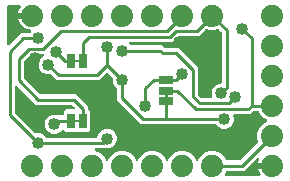
<source format=gbr>
G04 EAGLE Gerber RS-274X export*
G75*
%MOMM*%
%FSLAX34Y34*%
%LPD*%
%INBottom Copper*%
%IPPOS*%
%AMOC8*
5,1,8,0,0,1.08239X$1,22.5*%
G01*
%ADD10C,1.879600*%
%ADD11R,1.270000X0.635000*%
%ADD12C,0.203200*%
%ADD13R,0.635000X1.270000*%
%ADD14C,1.016000*%
%ADD15C,0.254000*%

G36*
X114379Y16617D02*
X114379Y16617D01*
X114399Y16616D01*
X114535Y16644D01*
X114672Y16668D01*
X114691Y16676D01*
X114710Y16680D01*
X114835Y16741D01*
X114962Y16798D01*
X114978Y16811D01*
X114996Y16820D01*
X115102Y16910D01*
X115210Y16997D01*
X115223Y17013D01*
X115238Y17026D01*
X115318Y17140D01*
X115402Y17251D01*
X115414Y17276D01*
X115421Y17286D01*
X115428Y17305D01*
X115473Y17395D01*
X116448Y19750D01*
X119950Y23252D01*
X124524Y25147D01*
X129476Y25147D01*
X134050Y23252D01*
X137552Y19750D01*
X138527Y17395D01*
X138596Y17275D01*
X138661Y17152D01*
X138675Y17137D01*
X138685Y17119D01*
X138782Y17019D01*
X138875Y16916D01*
X138892Y16905D01*
X138906Y16891D01*
X139025Y16818D01*
X139141Y16742D01*
X139160Y16735D01*
X139177Y16724D01*
X139310Y16684D01*
X139442Y16638D01*
X139462Y16637D01*
X139481Y16631D01*
X139620Y16624D01*
X139759Y16613D01*
X139779Y16617D01*
X139799Y16616D01*
X139935Y16644D01*
X140072Y16668D01*
X140091Y16676D01*
X140110Y16680D01*
X140236Y16741D01*
X140362Y16798D01*
X140378Y16811D01*
X140396Y16820D01*
X140502Y16910D01*
X140610Y16997D01*
X140623Y17013D01*
X140638Y17026D01*
X140718Y17140D01*
X140802Y17251D01*
X140814Y17276D01*
X140821Y17286D01*
X140828Y17305D01*
X140873Y17395D01*
X141848Y19750D01*
X145350Y23252D01*
X149924Y25147D01*
X154876Y25147D01*
X159450Y23252D01*
X162952Y19750D01*
X163927Y17395D01*
X163996Y17275D01*
X164061Y17152D01*
X164075Y17137D01*
X164085Y17119D01*
X164182Y17019D01*
X164275Y16916D01*
X164292Y16905D01*
X164306Y16891D01*
X164425Y16818D01*
X164541Y16742D01*
X164560Y16735D01*
X164577Y16724D01*
X164710Y16684D01*
X164842Y16638D01*
X164862Y16637D01*
X164881Y16631D01*
X165020Y16624D01*
X165159Y16613D01*
X165179Y16617D01*
X165199Y16616D01*
X165335Y16644D01*
X165472Y16668D01*
X165491Y16676D01*
X165510Y16680D01*
X165636Y16741D01*
X165762Y16798D01*
X165778Y16811D01*
X165796Y16820D01*
X165902Y16910D01*
X166010Y16997D01*
X166023Y17013D01*
X166038Y17026D01*
X166118Y17140D01*
X166202Y17251D01*
X166214Y17276D01*
X166221Y17286D01*
X166228Y17305D01*
X166273Y17395D01*
X167248Y19750D01*
X170750Y23252D01*
X175324Y25147D01*
X180276Y25147D01*
X184850Y23252D01*
X188352Y19750D01*
X189159Y17802D01*
X189173Y17777D01*
X189183Y17749D01*
X189252Y17639D01*
X189316Y17526D01*
X189337Y17505D01*
X189353Y17480D01*
X189447Y17391D01*
X189538Y17298D01*
X189563Y17282D01*
X189584Y17262D01*
X189698Y17199D01*
X189809Y17131D01*
X189837Y17123D01*
X189863Y17108D01*
X189989Y17076D01*
X190113Y17038D01*
X190142Y17036D01*
X190171Y17029D01*
X190331Y17019D01*
X200885Y17019D01*
X200984Y17031D01*
X201083Y17034D01*
X201141Y17051D01*
X201201Y17059D01*
X201293Y17095D01*
X201388Y17123D01*
X201440Y17153D01*
X201497Y17176D01*
X201577Y17234D01*
X201662Y17284D01*
X201737Y17350D01*
X201754Y17362D01*
X201762Y17372D01*
X201783Y17390D01*
X216685Y32293D01*
X216703Y32316D01*
X216726Y32335D01*
X216800Y32441D01*
X216880Y32544D01*
X216892Y32571D01*
X216909Y32595D01*
X216955Y32717D01*
X217006Y32836D01*
X217011Y32865D01*
X217022Y32893D01*
X217036Y33022D01*
X217056Y33150D01*
X217053Y33179D01*
X217057Y33209D01*
X217039Y33337D01*
X217026Y33467D01*
X217016Y33494D01*
X217012Y33524D01*
X216960Y33676D01*
X216153Y35624D01*
X216153Y40576D01*
X218048Y45150D01*
X221549Y48652D01*
X223905Y49627D01*
X224026Y49696D01*
X224148Y49761D01*
X224163Y49775D01*
X224181Y49785D01*
X224281Y49882D01*
X224384Y49975D01*
X224395Y49992D01*
X224409Y50006D01*
X224482Y50124D01*
X224558Y50241D01*
X224565Y50260D01*
X224576Y50277D01*
X224616Y50410D01*
X224662Y50542D01*
X224663Y50562D01*
X224669Y50581D01*
X224676Y50720D01*
X224687Y50859D01*
X224683Y50879D01*
X224684Y50899D01*
X224656Y51035D01*
X224632Y51172D01*
X224624Y51191D01*
X224620Y51210D01*
X224559Y51335D01*
X224502Y51462D01*
X224489Y51478D01*
X224480Y51496D01*
X224390Y51602D01*
X224303Y51710D01*
X224287Y51723D01*
X224274Y51738D01*
X224160Y51818D01*
X224049Y51902D01*
X224024Y51914D01*
X224014Y51921D01*
X223995Y51928D01*
X223905Y51973D01*
X221550Y52948D01*
X218048Y56450D01*
X217241Y58398D01*
X217227Y58423D01*
X217217Y58451D01*
X217148Y58561D01*
X217084Y58674D01*
X217063Y58695D01*
X217047Y58720D01*
X216953Y58809D01*
X216862Y58902D01*
X216837Y58918D01*
X216816Y58938D01*
X216702Y59001D01*
X216591Y59069D01*
X216563Y59077D01*
X216537Y59092D01*
X216411Y59124D01*
X216287Y59162D01*
X216258Y59164D01*
X216229Y59171D01*
X216069Y59181D01*
X213643Y59181D01*
X213544Y59169D01*
X213445Y59166D01*
X213387Y59149D01*
X213327Y59141D01*
X213235Y59105D01*
X213140Y59077D01*
X213088Y59047D01*
X213031Y59024D01*
X212951Y58966D01*
X212866Y58916D01*
X212791Y58850D01*
X212774Y58838D01*
X212766Y58828D01*
X212745Y58810D01*
X210069Y56133D01*
X196975Y56133D01*
X196926Y56127D01*
X196876Y56129D01*
X196769Y56107D01*
X196659Y56093D01*
X196613Y56075D01*
X196565Y56065D01*
X196466Y56017D01*
X196364Y55976D01*
X196324Y55947D01*
X196279Y55925D01*
X196195Y55854D01*
X196106Y55790D01*
X196075Y55751D01*
X196037Y55719D01*
X195974Y55629D01*
X195904Y55545D01*
X195882Y55500D01*
X195854Y55459D01*
X195815Y55356D01*
X195768Y55257D01*
X195759Y55208D01*
X195741Y55162D01*
X195729Y55052D01*
X195708Y54945D01*
X195711Y54895D01*
X195706Y54846D01*
X195721Y54737D01*
X195728Y54627D01*
X195743Y54580D01*
X195750Y54531D01*
X195802Y54378D01*
X196089Y53687D01*
X196089Y50453D01*
X194851Y47465D01*
X192565Y45179D01*
X189577Y43941D01*
X186343Y43941D01*
X183355Y45179D01*
X181155Y47380D01*
X181076Y47440D01*
X181004Y47508D01*
X180951Y47537D01*
X180903Y47574D01*
X180812Y47614D01*
X180726Y47662D01*
X180667Y47677D01*
X180612Y47701D01*
X180514Y47716D01*
X180418Y47741D01*
X180318Y47747D01*
X180297Y47751D01*
X180285Y47749D01*
X180257Y47751D01*
X117591Y47751D01*
X97281Y68061D01*
X97281Y77387D01*
X97269Y77485D01*
X97266Y77584D01*
X97249Y77643D01*
X97241Y77703D01*
X97205Y77795D01*
X97177Y77890D01*
X97147Y77942D01*
X97124Y77998D01*
X97066Y78079D01*
X97016Y78164D01*
X96950Y78239D01*
X96938Y78256D01*
X96928Y78264D01*
X96910Y78285D01*
X94709Y80485D01*
X93471Y83473D01*
X93471Y86585D01*
X93459Y86684D01*
X93456Y86783D01*
X93439Y86841D01*
X93431Y86901D01*
X93395Y86993D01*
X93367Y87088D01*
X93337Y87140D01*
X93314Y87197D01*
X93256Y87277D01*
X93206Y87362D01*
X93140Y87437D01*
X93128Y87454D01*
X93118Y87462D01*
X93100Y87483D01*
X89797Y90785D01*
X89703Y90858D01*
X89614Y90937D01*
X89578Y90955D01*
X89546Y90980D01*
X89437Y91027D01*
X89331Y91081D01*
X89292Y91090D01*
X89254Y91106D01*
X89137Y91125D01*
X89021Y91151D01*
X88980Y91150D01*
X88940Y91156D01*
X88822Y91145D01*
X88703Y91141D01*
X88664Y91130D01*
X88624Y91126D01*
X88511Y91086D01*
X88397Y91053D01*
X88362Y91032D01*
X88324Y91019D01*
X88226Y90952D01*
X88123Y90891D01*
X88078Y90851D01*
X88061Y90840D01*
X88048Y90825D01*
X88002Y90785D01*
X85000Y87783D01*
X82099Y84881D01*
X46301Y84881D01*
X41593Y89590D01*
X41515Y89650D01*
X41442Y89718D01*
X41389Y89747D01*
X41342Y89784D01*
X41251Y89824D01*
X41164Y89872D01*
X41105Y89887D01*
X41050Y89911D01*
X40952Y89926D01*
X40856Y89951D01*
X40756Y89957D01*
X40736Y89961D01*
X40723Y89959D01*
X40695Y89961D01*
X37583Y89961D01*
X34595Y91199D01*
X32309Y93485D01*
X31071Y96473D01*
X31071Y99707D01*
X32309Y102695D01*
X34595Y104981D01*
X34639Y104999D01*
X34700Y105034D01*
X34765Y105060D01*
X34837Y105112D01*
X34916Y105157D01*
X34966Y105205D01*
X35022Y105246D01*
X35079Y105316D01*
X35144Y105378D01*
X35180Y105438D01*
X35225Y105491D01*
X35263Y105573D01*
X35310Y105649D01*
X35331Y105716D01*
X35361Y105779D01*
X35377Y105867D01*
X35404Y105953D01*
X35407Y106023D01*
X35420Y106092D01*
X35415Y106181D01*
X35419Y106271D01*
X35405Y106339D01*
X35401Y106409D01*
X35373Y106494D01*
X35355Y106582D01*
X35324Y106645D01*
X35303Y106711D01*
X35254Y106787D01*
X35215Y106868D01*
X35170Y106921D01*
X35132Y106980D01*
X35067Y107042D01*
X35009Y107110D01*
X34952Y107150D01*
X34901Y107198D01*
X34822Y107241D01*
X34749Y107293D01*
X34683Y107318D01*
X34622Y107352D01*
X34535Y107374D01*
X34451Y107406D01*
X34382Y107414D01*
X34314Y107431D01*
X34154Y107441D01*
X25175Y107441D01*
X25076Y107429D01*
X24977Y107426D01*
X24919Y107409D01*
X24859Y107401D01*
X24767Y107365D01*
X24672Y107337D01*
X24620Y107307D01*
X24563Y107284D01*
X24483Y107226D01*
X24398Y107176D01*
X24323Y107110D01*
X24306Y107098D01*
X24298Y107088D01*
X24277Y107070D01*
X18660Y101453D01*
X18600Y101375D01*
X18532Y101302D01*
X18503Y101249D01*
X18466Y101202D01*
X18426Y101111D01*
X18378Y101024D01*
X18363Y100965D01*
X18339Y100910D01*
X18324Y100812D01*
X18299Y100716D01*
X18293Y100616D01*
X18292Y100610D01*
X18291Y100608D01*
X18289Y100596D01*
X18291Y100583D01*
X18289Y100555D01*
X18289Y87405D01*
X18301Y87306D01*
X18304Y87207D01*
X18321Y87149D01*
X18329Y87089D01*
X18365Y86997D01*
X18393Y86902D01*
X18423Y86850D01*
X18446Y86793D01*
X18504Y86713D01*
X18554Y86628D01*
X18620Y86553D01*
X18632Y86536D01*
X18642Y86528D01*
X18660Y86507D01*
X31897Y73270D01*
X31975Y73210D01*
X32048Y73142D01*
X32101Y73113D01*
X32148Y73076D01*
X32239Y73036D01*
X32326Y72988D01*
X32385Y72973D01*
X32440Y72949D01*
X32538Y72934D01*
X32634Y72909D01*
X32734Y72903D01*
X32754Y72899D01*
X32767Y72901D01*
X32795Y72899D01*
X62749Y72899D01*
X72899Y62749D01*
X72899Y60844D01*
X72911Y60745D01*
X72914Y60646D01*
X72931Y60588D01*
X72939Y60528D01*
X72975Y60436D01*
X73003Y60341D01*
X73033Y60289D01*
X73056Y60232D01*
X73114Y60152D01*
X73164Y60067D01*
X73230Y59992D01*
X73242Y59975D01*
X73252Y59967D01*
X73270Y59946D01*
X74804Y58413D01*
X74804Y43187D01*
X73018Y41401D01*
X64011Y41401D01*
X63931Y41442D01*
X63892Y41451D01*
X63855Y41467D01*
X63737Y41486D01*
X63621Y41512D01*
X63580Y41511D01*
X63540Y41517D01*
X63422Y41506D01*
X63303Y41502D01*
X63264Y41491D01*
X63224Y41487D01*
X63112Y41447D01*
X62997Y41414D01*
X62976Y41401D01*
X53982Y41401D01*
X52559Y42824D01*
X52465Y42897D01*
X52376Y42976D01*
X52340Y42994D01*
X52308Y43019D01*
X52198Y43067D01*
X52093Y43121D01*
X52053Y43130D01*
X52016Y43146D01*
X51898Y43164D01*
X51782Y43190D01*
X51742Y43189D01*
X51702Y43195D01*
X51583Y43184D01*
X51464Y43181D01*
X51426Y43169D01*
X51385Y43166D01*
X51273Y43125D01*
X51159Y43092D01*
X51124Y43072D01*
X51086Y43058D01*
X50987Y42991D01*
X50885Y42931D01*
X50840Y42891D01*
X50823Y42879D01*
X50809Y42864D01*
X50764Y42824D01*
X48801Y40861D01*
X45813Y39623D01*
X42579Y39623D01*
X39591Y40861D01*
X37305Y43147D01*
X36067Y46135D01*
X36067Y49369D01*
X37305Y52357D01*
X39591Y54643D01*
X42579Y55881D01*
X45813Y55881D01*
X47419Y55215D01*
X47428Y55213D01*
X47436Y55208D01*
X47582Y55171D01*
X47726Y55131D01*
X47735Y55131D01*
X47744Y55129D01*
X47905Y55119D01*
X50927Y55119D01*
X51045Y55134D01*
X51164Y55141D01*
X51202Y55154D01*
X51243Y55159D01*
X51353Y55202D01*
X51466Y55239D01*
X51501Y55261D01*
X51538Y55276D01*
X51634Y55345D01*
X51735Y55409D01*
X51763Y55439D01*
X51796Y55462D01*
X51872Y55554D01*
X51953Y55641D01*
X51973Y55676D01*
X51998Y55707D01*
X52049Y55815D01*
X52107Y55919D01*
X52117Y55959D01*
X52134Y55995D01*
X52156Y56112D01*
X52186Y56227D01*
X52190Y56287D01*
X52194Y56307D01*
X52192Y56328D01*
X52196Y56388D01*
X52196Y58413D01*
X53982Y60199D01*
X60169Y60199D01*
X60307Y60216D01*
X60446Y60229D01*
X60465Y60236D01*
X60485Y60239D01*
X60614Y60290D01*
X60745Y60337D01*
X60762Y60348D01*
X60781Y60356D01*
X60893Y60437D01*
X61008Y60515D01*
X61022Y60531D01*
X61038Y60542D01*
X61127Y60650D01*
X61219Y60754D01*
X61228Y60772D01*
X61241Y60787D01*
X61300Y60913D01*
X61363Y61037D01*
X61368Y61057D01*
X61376Y61075D01*
X61402Y61212D01*
X61433Y61347D01*
X61432Y61368D01*
X61436Y61387D01*
X61427Y61526D01*
X61423Y61665D01*
X61418Y61685D01*
X61416Y61705D01*
X61374Y61837D01*
X61335Y61971D01*
X61325Y61988D01*
X61318Y62007D01*
X61244Y62125D01*
X61173Y62245D01*
X61155Y62266D01*
X61148Y62276D01*
X61133Y62290D01*
X61067Y62365D01*
X59543Y63890D01*
X59465Y63950D01*
X59392Y64018D01*
X59339Y64047D01*
X59292Y64084D01*
X59201Y64124D01*
X59114Y64172D01*
X59055Y64187D01*
X59000Y64211D01*
X58902Y64226D01*
X58806Y64251D01*
X58706Y64257D01*
X58686Y64261D01*
X58673Y64259D01*
X58645Y64261D01*
X28691Y64261D01*
X12835Y80117D01*
X12726Y80202D01*
X12619Y80291D01*
X12600Y80299D01*
X12584Y80312D01*
X12456Y80367D01*
X12331Y80426D01*
X12311Y80430D01*
X12292Y80438D01*
X12154Y80460D01*
X12018Y80486D01*
X11998Y80485D01*
X11978Y80488D01*
X11839Y80475D01*
X11701Y80466D01*
X11682Y80460D01*
X11662Y80458D01*
X11530Y80411D01*
X11399Y80368D01*
X11381Y80358D01*
X11362Y80351D01*
X11247Y80273D01*
X11130Y80198D01*
X11116Y80183D01*
X11099Y80172D01*
X11007Y80068D01*
X10912Y79967D01*
X10902Y79949D01*
X10889Y79934D01*
X10825Y79810D01*
X10758Y79688D01*
X10753Y79668D01*
X10744Y79650D01*
X10714Y79515D01*
X10679Y79380D01*
X10677Y79352D01*
X10674Y79340D01*
X10675Y79320D01*
X10669Y79219D01*
X10669Y58195D01*
X10681Y58096D01*
X10684Y57997D01*
X10701Y57939D01*
X10709Y57879D01*
X10745Y57787D01*
X10773Y57692D01*
X10803Y57640D01*
X10826Y57583D01*
X10884Y57503D01*
X10934Y57418D01*
X11000Y57343D01*
X11012Y57326D01*
X11022Y57318D01*
X11040Y57297D01*
X28087Y40250D01*
X28165Y40190D01*
X28238Y40122D01*
X28291Y40093D01*
X28338Y40056D01*
X28429Y40016D01*
X28516Y39968D01*
X28575Y39953D01*
X28630Y39929D01*
X28728Y39914D01*
X28824Y39889D01*
X28924Y39883D01*
X28944Y39879D01*
X28957Y39881D01*
X28985Y39879D01*
X32097Y39879D01*
X35085Y38641D01*
X37285Y36440D01*
X37364Y36380D01*
X37436Y36312D01*
X37489Y36283D01*
X37537Y36246D01*
X37628Y36206D01*
X37714Y36158D01*
X37773Y36143D01*
X37828Y36119D01*
X37926Y36104D01*
X38022Y36079D01*
X38122Y36073D01*
X38143Y36069D01*
X38155Y36071D01*
X38183Y36069D01*
X79502Y36069D01*
X79620Y36084D01*
X79739Y36091D01*
X79777Y36104D01*
X79818Y36109D01*
X79928Y36152D01*
X80041Y36189D01*
X80076Y36211D01*
X80113Y36226D01*
X80209Y36295D01*
X80310Y36359D01*
X80338Y36389D01*
X80371Y36412D01*
X80447Y36504D01*
X80528Y36591D01*
X80548Y36626D01*
X80573Y36657D01*
X80624Y36765D01*
X80682Y36869D01*
X80692Y36909D01*
X80709Y36945D01*
X80731Y37062D01*
X80744Y37111D01*
X82009Y40165D01*
X84295Y42451D01*
X87283Y43689D01*
X90517Y43689D01*
X93505Y42451D01*
X95791Y40165D01*
X97029Y37177D01*
X97029Y33943D01*
X95791Y30955D01*
X93505Y28669D01*
X90517Y27431D01*
X79541Y27431D01*
X79472Y27423D01*
X79402Y27424D01*
X79315Y27403D01*
X79226Y27391D01*
X79161Y27366D01*
X79093Y27349D01*
X79014Y27307D01*
X78930Y27274D01*
X78874Y27233D01*
X78812Y27201D01*
X78745Y27140D01*
X78673Y27088D01*
X78628Y27034D01*
X78577Y26987D01*
X78527Y26912D01*
X78470Y26843D01*
X78440Y26779D01*
X78402Y26721D01*
X78373Y26636D01*
X78334Y26555D01*
X78321Y26486D01*
X78299Y26420D01*
X78292Y26331D01*
X78275Y26243D01*
X78279Y26173D01*
X78273Y26103D01*
X78289Y26015D01*
X78294Y25925D01*
X78316Y25859D01*
X78328Y25790D01*
X78365Y25708D01*
X78392Y25623D01*
X78430Y25564D01*
X78458Y25500D01*
X78514Y25430D01*
X78563Y25354D01*
X78613Y25306D01*
X78657Y25252D01*
X78729Y25197D01*
X78794Y25136D01*
X78855Y25102D01*
X78911Y25060D01*
X79056Y24989D01*
X83250Y23252D01*
X86752Y19750D01*
X87727Y17395D01*
X87796Y17275D01*
X87861Y17152D01*
X87875Y17137D01*
X87885Y17119D01*
X87982Y17019D01*
X88075Y16916D01*
X88092Y16905D01*
X88106Y16891D01*
X88225Y16818D01*
X88341Y16742D01*
X88360Y16735D01*
X88377Y16724D01*
X88510Y16683D01*
X88642Y16638D01*
X88662Y16637D01*
X88681Y16631D01*
X88820Y16624D01*
X88959Y16613D01*
X88979Y16617D01*
X88999Y16616D01*
X89135Y16644D01*
X89272Y16668D01*
X89291Y16676D01*
X89310Y16680D01*
X89436Y16741D01*
X89562Y16798D01*
X89578Y16811D01*
X89596Y16820D01*
X89702Y16910D01*
X89810Y16997D01*
X89823Y17013D01*
X89838Y17026D01*
X89918Y17140D01*
X90002Y17251D01*
X90014Y17276D01*
X90021Y17286D01*
X90028Y17305D01*
X90073Y17395D01*
X91048Y19751D01*
X94550Y23252D01*
X99124Y25147D01*
X104076Y25147D01*
X108650Y23252D01*
X112152Y19750D01*
X113127Y17395D01*
X113196Y17275D01*
X113261Y17152D01*
X113275Y17137D01*
X113285Y17119D01*
X113382Y17019D01*
X113475Y16916D01*
X113492Y16905D01*
X113506Y16891D01*
X113624Y16818D01*
X113741Y16742D01*
X113760Y16735D01*
X113777Y16724D01*
X113910Y16684D01*
X114042Y16638D01*
X114062Y16637D01*
X114081Y16631D01*
X114220Y16624D01*
X114359Y16613D01*
X114379Y16617D01*
G37*
G36*
X176560Y69603D02*
X176560Y69603D01*
X176609Y69601D01*
X176717Y69623D01*
X176826Y69637D01*
X176872Y69655D01*
X176921Y69665D01*
X177019Y69713D01*
X177121Y69754D01*
X177162Y69783D01*
X177206Y69805D01*
X177290Y69876D01*
X177379Y69940D01*
X177411Y69979D01*
X177448Y70011D01*
X177511Y70101D01*
X177582Y70185D01*
X177603Y70230D01*
X177631Y70271D01*
X177670Y70374D01*
X177717Y70473D01*
X177726Y70522D01*
X177744Y70568D01*
X177756Y70678D01*
X177777Y70785D01*
X177774Y70835D01*
X177779Y70884D01*
X177764Y70993D01*
X177757Y71103D01*
X177742Y71150D01*
X177735Y71199D01*
X177683Y71352D01*
X177291Y72297D01*
X177291Y75531D01*
X178529Y78519D01*
X180815Y80805D01*
X183803Y82043D01*
X184658Y82043D01*
X184776Y82058D01*
X184895Y82065D01*
X184933Y82078D01*
X184974Y82083D01*
X185084Y82126D01*
X185197Y82163D01*
X185232Y82185D01*
X185269Y82200D01*
X185365Y82269D01*
X185466Y82333D01*
X185494Y82363D01*
X185527Y82386D01*
X185603Y82478D01*
X185684Y82565D01*
X185704Y82600D01*
X185729Y82631D01*
X185780Y82739D01*
X185838Y82843D01*
X185848Y82883D01*
X185865Y82919D01*
X185887Y83036D01*
X185917Y83151D01*
X185921Y83211D01*
X185925Y83231D01*
X185923Y83252D01*
X185927Y83312D01*
X185927Y124939D01*
X185915Y125038D01*
X185912Y125137D01*
X185895Y125195D01*
X185887Y125255D01*
X185851Y125347D01*
X185823Y125442D01*
X185793Y125494D01*
X185770Y125551D01*
X185712Y125631D01*
X185662Y125716D01*
X185596Y125791D01*
X185584Y125808D01*
X185574Y125816D01*
X185556Y125837D01*
X183607Y127785D01*
X183584Y127803D01*
X183565Y127826D01*
X183459Y127900D01*
X183356Y127980D01*
X183329Y127992D01*
X183305Y128009D01*
X183183Y128055D01*
X183064Y128106D01*
X183035Y128111D01*
X183007Y128122D01*
X182878Y128136D01*
X182750Y128156D01*
X182721Y128153D01*
X182691Y128157D01*
X182563Y128139D01*
X182433Y128126D01*
X182406Y128116D01*
X182376Y128112D01*
X182224Y128060D01*
X180276Y127253D01*
X175324Y127253D01*
X173376Y128060D01*
X173347Y128068D01*
X173321Y128081D01*
X173195Y128110D01*
X173069Y128144D01*
X173040Y128145D01*
X173011Y128151D01*
X172881Y128147D01*
X172751Y128149D01*
X172723Y128142D01*
X172693Y128141D01*
X172568Y128105D01*
X172442Y128075D01*
X172416Y128061D01*
X172388Y128053D01*
X172276Y127987D01*
X172161Y127926D01*
X172139Y127906D01*
X172114Y127892D01*
X171993Y127785D01*
X169790Y125583D01*
X166889Y122681D01*
X149635Y122681D01*
X149536Y122669D01*
X149437Y122666D01*
X149379Y122649D01*
X149319Y122641D01*
X149227Y122605D01*
X149132Y122577D01*
X149080Y122547D01*
X149023Y122524D01*
X148943Y122466D01*
X148858Y122416D01*
X148783Y122350D01*
X148766Y122338D01*
X148758Y122328D01*
X148737Y122310D01*
X144029Y117601D01*
X108795Y117601D01*
X108657Y117584D01*
X108518Y117571D01*
X108499Y117564D01*
X108479Y117561D01*
X108350Y117510D01*
X108219Y117463D01*
X108202Y117452D01*
X108184Y117444D01*
X108071Y117363D01*
X107956Y117285D01*
X107943Y117269D01*
X107926Y117258D01*
X107837Y117150D01*
X107745Y117046D01*
X107736Y117028D01*
X107723Y117013D01*
X107664Y116887D01*
X107601Y116763D01*
X107596Y116743D01*
X107588Y116725D01*
X107562Y116588D01*
X107531Y116453D01*
X107532Y116432D01*
X107528Y116413D01*
X107537Y116274D01*
X107541Y116135D01*
X107547Y116115D01*
X107548Y116095D01*
X107591Y115963D01*
X107629Y115829D01*
X107640Y115812D01*
X107646Y115793D01*
X107720Y115675D01*
X107791Y115555D01*
X107809Y115534D01*
X107816Y115524D01*
X107831Y115510D01*
X107897Y115434D01*
X108532Y114799D01*
X108611Y114739D01*
X108683Y114671D01*
X108736Y114642D01*
X108784Y114605D01*
X108874Y114565D01*
X108961Y114517D01*
X109020Y114502D01*
X109075Y114478D01*
X109173Y114463D01*
X109269Y114438D01*
X109369Y114432D01*
X109390Y114428D01*
X109402Y114430D01*
X109430Y114428D01*
X135520Y114428D01*
X137307Y112640D01*
X137385Y112580D01*
X137458Y112512D01*
X137511Y112483D01*
X137558Y112446D01*
X137649Y112406D01*
X137736Y112358D01*
X137795Y112343D01*
X137850Y112319D01*
X137948Y112304D01*
X138044Y112279D01*
X138144Y112273D01*
X138164Y112269D01*
X138177Y112271D01*
X138205Y112269D01*
X149109Y112269D01*
X165609Y95769D01*
X165609Y73435D01*
X165621Y73336D01*
X165624Y73237D01*
X165641Y73179D01*
X165649Y73119D01*
X165685Y73027D01*
X165713Y72932D01*
X165743Y72880D01*
X165766Y72823D01*
X165824Y72743D01*
X165874Y72658D01*
X165940Y72583D01*
X165952Y72566D01*
X165962Y72558D01*
X165980Y72537D01*
X168549Y69968D01*
X168627Y69908D01*
X168700Y69840D01*
X168753Y69811D01*
X168800Y69774D01*
X168891Y69734D01*
X168978Y69686D01*
X169037Y69671D01*
X169092Y69647D01*
X169190Y69632D01*
X169286Y69607D01*
X169386Y69601D01*
X169406Y69597D01*
X169419Y69599D01*
X169447Y69597D01*
X176510Y69597D01*
X176560Y69603D01*
G37*
G36*
X5392Y114849D02*
X5392Y114849D01*
X5531Y114853D01*
X5551Y114858D01*
X5571Y114860D01*
X5703Y114902D01*
X5837Y114941D01*
X5854Y114951D01*
X5873Y114958D01*
X5991Y115032D01*
X6111Y115103D01*
X6132Y115121D01*
X6142Y115128D01*
X6156Y115143D01*
X6231Y115209D01*
X15991Y124969D01*
X22777Y124969D01*
X22875Y124981D01*
X22974Y124984D01*
X23033Y125001D01*
X23093Y125009D01*
X23185Y125045D01*
X23280Y125073D01*
X23332Y125103D01*
X23388Y125126D01*
X23468Y125184D01*
X23554Y125234D01*
X23629Y125300D01*
X23646Y125312D01*
X23654Y125322D01*
X23675Y125340D01*
X24111Y125776D01*
X24135Y125808D01*
X24165Y125834D01*
X24232Y125933D01*
X24305Y126028D01*
X24321Y126064D01*
X24344Y126097D01*
X24384Y126210D01*
X24432Y126319D01*
X24438Y126359D01*
X24452Y126396D01*
X24463Y126515D01*
X24482Y126633D01*
X24478Y126673D01*
X24482Y126713D01*
X24463Y126831D01*
X24452Y126950D01*
X24438Y126988D01*
X24432Y127027D01*
X24385Y127137D01*
X24344Y127249D01*
X24322Y127282D01*
X24306Y127319D01*
X24233Y127413D01*
X24166Y127513D01*
X24136Y127539D01*
X24111Y127570D01*
X24017Y127644D01*
X23927Y127723D01*
X23892Y127741D01*
X23860Y127766D01*
X23751Y127813D01*
X23644Y127868D01*
X23605Y127876D01*
X23569Y127892D01*
X23412Y127927D01*
X22604Y128055D01*
X20817Y128636D01*
X19143Y129489D01*
X17622Y130594D01*
X16294Y131922D01*
X15189Y133443D01*
X14336Y135117D01*
X13755Y136904D01*
X13715Y137161D01*
X24130Y137161D01*
X24248Y137176D01*
X24367Y137183D01*
X24405Y137196D01*
X24445Y137201D01*
X24556Y137244D01*
X24669Y137281D01*
X24703Y137303D01*
X24741Y137318D01*
X24837Y137388D01*
X24938Y137451D01*
X24966Y137481D01*
X24998Y137504D01*
X25074Y137596D01*
X25156Y137683D01*
X25175Y137718D01*
X25201Y137749D01*
X25252Y137857D01*
X25309Y137961D01*
X25320Y138001D01*
X25337Y138037D01*
X25359Y138154D01*
X25389Y138269D01*
X25393Y138330D01*
X25397Y138350D01*
X25395Y138370D01*
X25399Y138430D01*
X25399Y140970D01*
X25384Y141088D01*
X25377Y141207D01*
X25364Y141245D01*
X25359Y141285D01*
X25315Y141396D01*
X25279Y141509D01*
X25257Y141544D01*
X25242Y141581D01*
X25172Y141677D01*
X25109Y141778D01*
X25079Y141806D01*
X25055Y141839D01*
X24964Y141914D01*
X24877Y141996D01*
X24842Y142016D01*
X24810Y142041D01*
X24703Y142092D01*
X24598Y142150D01*
X24559Y142160D01*
X24523Y142177D01*
X24406Y142199D01*
X24291Y142229D01*
X24230Y142233D01*
X24210Y142237D01*
X24190Y142235D01*
X24130Y142239D01*
X13715Y142239D01*
X13755Y142496D01*
X14336Y144283D01*
X15189Y145957D01*
X15453Y146320D01*
X15472Y146355D01*
X15497Y146385D01*
X15548Y146494D01*
X15606Y146599D01*
X15616Y146637D01*
X15633Y146673D01*
X15655Y146791D01*
X15685Y146907D01*
X15685Y146946D01*
X15692Y146986D01*
X15685Y147105D01*
X15685Y147225D01*
X15675Y147263D01*
X15673Y147303D01*
X15636Y147417D01*
X15606Y147533D01*
X15587Y147568D01*
X15575Y147605D01*
X15511Y147706D01*
X15453Y147811D01*
X15426Y147841D01*
X15405Y147874D01*
X15317Y147956D01*
X15235Y148043D01*
X15202Y148065D01*
X15173Y148092D01*
X15068Y148150D01*
X14967Y148214D01*
X14929Y148226D01*
X14894Y148246D01*
X14779Y148275D01*
X14665Y148313D01*
X14625Y148315D01*
X14586Y148325D01*
X14426Y148335D01*
X5334Y148335D01*
X5216Y148320D01*
X5097Y148313D01*
X5059Y148300D01*
X5018Y148295D01*
X4908Y148252D01*
X4795Y148215D01*
X4760Y148193D01*
X4723Y148178D01*
X4627Y148109D01*
X4526Y148045D01*
X4498Y148015D01*
X4465Y147992D01*
X4389Y147900D01*
X4308Y147813D01*
X4288Y147778D01*
X4263Y147747D01*
X4212Y147639D01*
X4154Y147535D01*
X4144Y147495D01*
X4127Y147459D01*
X4105Y147342D01*
X4075Y147227D01*
X4071Y147167D01*
X4067Y147147D01*
X4069Y147126D01*
X4065Y147066D01*
X4065Y116107D01*
X4082Y115969D01*
X4095Y115830D01*
X4102Y115811D01*
X4105Y115791D01*
X4156Y115662D01*
X4203Y115531D01*
X4214Y115514D01*
X4222Y115495D01*
X4303Y115383D01*
X4381Y115268D01*
X4397Y115254D01*
X4408Y115238D01*
X4516Y115149D01*
X4620Y115057D01*
X4638Y115048D01*
X4653Y115035D01*
X4779Y114976D01*
X4903Y114913D01*
X4923Y114908D01*
X4941Y114900D01*
X5077Y114874D01*
X5213Y114843D01*
X5234Y114844D01*
X5253Y114840D01*
X5392Y114849D01*
G37*
G36*
X217665Y4070D02*
X217665Y4070D01*
X217705Y4067D01*
X217823Y4090D01*
X217941Y4105D01*
X217978Y4119D01*
X218017Y4127D01*
X218126Y4178D01*
X218237Y4222D01*
X218269Y4245D01*
X218305Y4262D01*
X218397Y4338D01*
X218494Y4408D01*
X218520Y4439D01*
X218550Y4464D01*
X218621Y4561D01*
X218697Y4653D01*
X218714Y4689D01*
X218738Y4722D01*
X218782Y4833D01*
X218833Y4941D01*
X218840Y4980D01*
X218855Y5017D01*
X218870Y5136D01*
X218892Y5253D01*
X218890Y5293D01*
X218895Y5333D01*
X218880Y5452D01*
X218873Y5571D01*
X218860Y5609D01*
X218855Y5648D01*
X218812Y5760D01*
X218775Y5873D01*
X218753Y5907D01*
X218739Y5944D01*
X218653Y6080D01*
X218389Y6443D01*
X217536Y8117D01*
X216955Y9904D01*
X216915Y10161D01*
X227330Y10161D01*
X227448Y10176D01*
X227567Y10183D01*
X227605Y10196D01*
X227645Y10201D01*
X227756Y10244D01*
X227869Y10281D01*
X227903Y10303D01*
X227941Y10318D01*
X228037Y10388D01*
X228138Y10451D01*
X228166Y10481D01*
X228198Y10504D01*
X228274Y10596D01*
X228356Y10683D01*
X228375Y10718D01*
X228401Y10749D01*
X228452Y10857D01*
X228509Y10961D01*
X228520Y11001D01*
X228537Y11037D01*
X228559Y11154D01*
X228589Y11269D01*
X228593Y11330D01*
X228597Y11350D01*
X228595Y11370D01*
X228599Y11430D01*
X228599Y13970D01*
X228584Y14088D01*
X228577Y14207D01*
X228564Y14245D01*
X228559Y14285D01*
X228515Y14396D01*
X228479Y14509D01*
X228457Y14544D01*
X228442Y14581D01*
X228372Y14677D01*
X228309Y14778D01*
X228279Y14806D01*
X228255Y14839D01*
X228164Y14914D01*
X228077Y14996D01*
X228042Y15016D01*
X228010Y15041D01*
X227903Y15092D01*
X227798Y15150D01*
X227759Y15160D01*
X227723Y15177D01*
X227606Y15199D01*
X227491Y15229D01*
X227430Y15233D01*
X227410Y15237D01*
X227390Y15235D01*
X227330Y15239D01*
X216915Y15239D01*
X216955Y15496D01*
X217536Y17283D01*
X217685Y17575D01*
X217725Y17687D01*
X217773Y17797D01*
X217779Y17837D01*
X217793Y17874D01*
X217804Y17993D01*
X217823Y18111D01*
X217819Y18151D01*
X217823Y18191D01*
X217804Y18309D01*
X217793Y18428D01*
X217779Y18465D01*
X217773Y18505D01*
X217726Y18614D01*
X217685Y18727D01*
X217663Y18760D01*
X217647Y18797D01*
X217574Y18891D01*
X217507Y18990D01*
X217476Y19017D01*
X217452Y19048D01*
X217358Y19122D01*
X217268Y19201D01*
X217232Y19219D01*
X217201Y19243D01*
X217091Y19291D01*
X216985Y19345D01*
X216946Y19354D01*
X216909Y19370D01*
X216791Y19389D01*
X216675Y19415D01*
X216635Y19414D01*
X216595Y19420D01*
X216476Y19409D01*
X216357Y19405D01*
X216318Y19394D01*
X216278Y19390D01*
X216166Y19350D01*
X216051Y19317D01*
X216017Y19296D01*
X215979Y19283D01*
X215880Y19216D01*
X215777Y19155D01*
X215733Y19116D01*
X215716Y19104D01*
X215702Y19089D01*
X215656Y19049D01*
X204989Y8381D01*
X190331Y8381D01*
X190302Y8378D01*
X190273Y8380D01*
X190145Y8358D01*
X190016Y8341D01*
X189988Y8331D01*
X189959Y8326D01*
X189841Y8272D01*
X189720Y8224D01*
X189696Y8207D01*
X189669Y8195D01*
X189568Y8114D01*
X189463Y8038D01*
X189444Y8015D01*
X189421Y7996D01*
X189343Y7893D01*
X189260Y7793D01*
X189248Y7766D01*
X189230Y7742D01*
X189159Y7598D01*
X188422Y5820D01*
X188409Y5772D01*
X188388Y5727D01*
X188367Y5619D01*
X188338Y5513D01*
X188338Y5463D01*
X188328Y5414D01*
X188335Y5305D01*
X188333Y5195D01*
X188345Y5147D01*
X188348Y5097D01*
X188382Y4993D01*
X188407Y4886D01*
X188431Y4842D01*
X188446Y4795D01*
X188505Y4702D01*
X188556Y4605D01*
X188590Y4568D01*
X188616Y4526D01*
X188696Y4451D01*
X188770Y4369D01*
X188812Y4342D01*
X188848Y4308D01*
X188944Y4255D01*
X189036Y4195D01*
X189083Y4178D01*
X189126Y4154D01*
X189233Y4127D01*
X189337Y4091D01*
X189386Y4087D01*
X189434Y4075D01*
X189595Y4065D01*
X217626Y4065D01*
X217665Y4070D01*
G37*
D10*
X228600Y12700D03*
X228600Y38100D03*
X228600Y63500D03*
X228600Y88900D03*
X228600Y114300D03*
X228600Y139700D03*
D11*
X138430Y85090D03*
X138430Y76200D03*
X138430Y67310D03*
D12*
X67310Y101600D02*
X59690Y101600D01*
D13*
X68580Y101600D03*
X58420Y101600D03*
D12*
X59690Y50800D02*
X67310Y50800D01*
D13*
X68580Y50800D03*
X58420Y50800D03*
D10*
X177800Y139700D03*
X152400Y139700D03*
X127000Y139700D03*
X101600Y139700D03*
X76200Y139700D03*
X50800Y139700D03*
X25400Y139700D03*
X177800Y12700D03*
X152400Y12700D03*
X127000Y12700D03*
X101600Y12700D03*
X76200Y12700D03*
X50800Y12700D03*
X25400Y12700D03*
D14*
X150114Y117348D03*
X143891Y33528D03*
X90678Y59690D03*
X30480Y50546D03*
X28194Y103378D03*
X88900Y84328D03*
X181102Y96266D03*
X190500Y38100D03*
X39200Y98090D03*
X101600Y85090D03*
X187960Y52070D03*
D15*
X138430Y52070D01*
X119380Y52070D01*
X138430Y52070D02*
X138430Y67310D01*
D14*
X88900Y113030D03*
D15*
X88900Y97790D01*
X80310Y89200D01*
X101600Y85090D02*
X101600Y69850D01*
X119380Y52070D01*
X101600Y85090D02*
X88900Y97790D01*
X48090Y89200D02*
X39200Y98090D01*
X48090Y89200D02*
X80310Y89200D01*
X177800Y12700D02*
X203200Y12700D01*
X228600Y38100D01*
D14*
X101727Y110109D03*
D15*
X133731Y110109D01*
X135890Y107950D01*
X147320Y107950D01*
X161290Y93980D01*
X161290Y71120D01*
X167132Y65278D01*
X192278Y65278D01*
X197358Y70358D01*
D14*
X197358Y70358D03*
X152400Y90170D03*
X121285Y62738D03*
X30480Y31750D03*
D15*
X6350Y55880D02*
X6350Y109220D01*
D14*
X88900Y35560D03*
D15*
X30480Y31750D02*
X6350Y55880D01*
X121285Y78105D02*
X128270Y85090D01*
X138430Y85090D01*
X147320Y85090D01*
X152400Y90170D01*
D14*
X30480Y120650D03*
D15*
X121285Y78105D02*
X121285Y62738D01*
X88900Y35560D02*
X85090Y31750D01*
X30480Y31750D01*
X30480Y120650D02*
X17780Y120650D01*
X6350Y109220D01*
D14*
X185420Y73914D03*
D15*
X190246Y78740D01*
X190246Y127254D01*
X177800Y139700D01*
X165100Y127000D01*
X142240Y121920D02*
X73660Y121920D01*
X142240Y121920D02*
X147320Y127000D01*
X165100Y127000D01*
X68580Y116840D02*
X68580Y101600D01*
X68580Y116840D02*
X73660Y121920D01*
X68580Y60960D02*
X68580Y50800D01*
X68580Y60960D02*
X60960Y68580D01*
X30480Y68580D01*
X13970Y85090D01*
X49530Y127000D02*
X139700Y127000D01*
X152400Y139700D01*
X13970Y102870D02*
X13970Y85090D01*
X13970Y102870D02*
X22860Y111760D01*
X34290Y111760D01*
X49530Y127000D01*
D14*
X45212Y109220D03*
D15*
X52832Y101600D02*
X58420Y101600D01*
X52832Y101600D02*
X45212Y109220D01*
D14*
X44196Y47752D03*
D15*
X47244Y50800D02*
X58420Y50800D01*
X47244Y50800D02*
X44196Y47752D01*
X211328Y63500D02*
X228600Y63500D01*
X148336Y76200D02*
X138430Y76200D01*
X148336Y76200D02*
X164084Y60452D01*
X208280Y60452D01*
X211328Y63500D01*
D14*
X203200Y128524D03*
D15*
X211328Y120396D01*
X211328Y63500D01*
X138430Y67310D02*
X138430Y74930D01*
M02*

</source>
